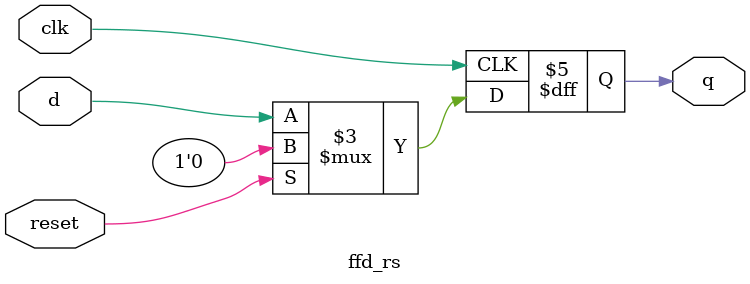
<source format=v>
module ffd_rs (
	input d,
	input clk,
	input reset,
	output q
);
//------------Variables Internas--------
reg q;

//-------------Descripcion---------
always @ (posedge clk)
if (reset) begin
  q <= 1'b0;
end  else begin
  q <= d;
end

endmodule //Fin del modulo

</source>
